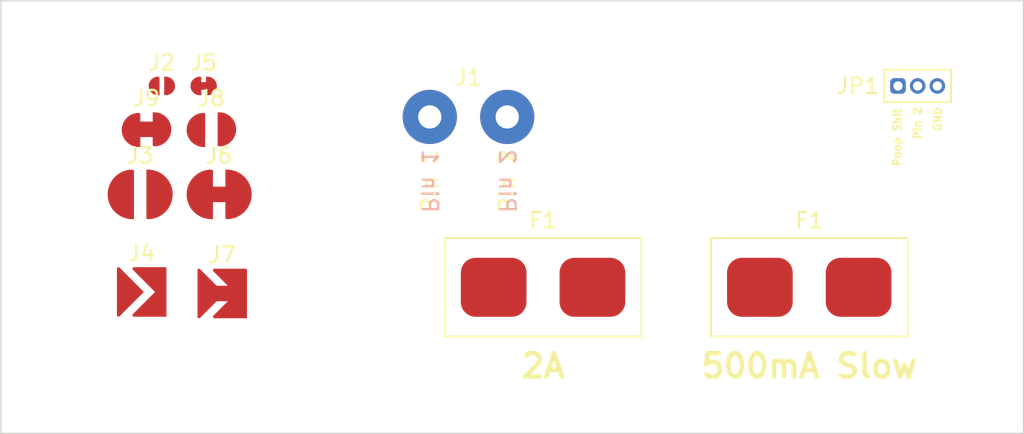
<source format=kicad_pcb>
(kicad_pcb (version 20211014) (generator pcbnew)
  (layers (0 "F.Cu" signal) (31 "B.Cu" signal) (34 "B.Paste" user) (35 "F.Paste" user) (36 "B.SilkS" user "B.Silkscreen") (37 "F.SilkS" user "F.Silkscreen") (38 "B.Mask" user) (39 "F.Mask" user) (44 "Edge.Cuts" user))
  (property "RevNumber" "2021-02")
  (net 0 "")
  (footprint "BoxLib:Jumper-Solder-Chevron-3mm-NC" (layer "F.Cu") (at 65.1 82.4)
    (fp_text reference "J7" (at 0 -2.5 unlocked) (layer "F.SilkS"))
    (fp_text value "Solder-Jumper-NC")
    (fp_line (start 1 0) (end -0.5 0) (layer "F.Cu") (width 1))
    (fp_poly (pts (xy 1.5 1.5) (xy -0.5 1.5) (xy 1 0) (xy -0.5 -1.5) (xy 1.5 -1.5)) (layer "F.Cu") (width 0.2) (fill solid))
    (fp_poly (pts (xy -1.5 1.5) (xy 0 0) (xy -1.5 -1.5)) (layer "F.Cu") (width 0.2) (fill solid))
    (pad "1" smd rect (at -1.25 0) (size 0.5 1) (layers "F.Cu" "F.Mask"))
    (pad "2" smd rect (at 1.25 0) (size 0.5 1) (layers "F.Cu" "F.Mask"))
  )
  (footprint "BoxLib:Jumper-Solder-1mm-NC" (layer "F.Cu") (at 63.9 69)
    (fp_text reference "J5" (at 0 -1.5 unlocked) (layer "F.SilkS"))
    (fp_text value "Solder-Jumper-NC")
    (fp_line (start -0.25 0) (end 0.25 0) (layer "F.Cu") (width 0.5))
    (fp_poly (pts (arc (start -0.25 -0.5) (mid -0.75 0) (end -0.25 0.5))) (layer "F.Cu") (width 0.2) (fill solid))
    (fp_poly (pts (arc (start 0.25 0.5) (mid 0.75 0) (end 0.25 -0.5))) (layer "F.Cu") (width 0.2) (fill solid))
    (pad "1" smd custom (at -0.5 0) (size 0.3 0.3) (layers "F.Cu" "F.Mask") (options (clearance outline) (anchor circle)) (primitives))
    (pad "2" smd custom (at 0.5 0) (size 0.3 0.3) (layers "F.Cu" "F.Mask") (options (clearance outline) (anchor circle)) (primitives))
  )
  (footprint "BoxLib:Fuse-Current-Littelfuse-Nano2_154" (layer "F.Cu") (at 103 82)
    (fp_text reference "F1" (at 0 -4.318 unlocked) (layer "F.SilkS"))
    (fp_text value "Littelfuse_154_0.5A_Slow")
    (fp_text user "${Current}" (at 0 5.08 unlocked) (layer "F.SilkS") (effects (font (size 1.5 1.5) (thickness 0.3))))
    (fp_line (start -6.35 -3.175) (end -6.35 3.175) (layer "F.SilkS") (width 0.12))
    (fp_line (start -6.35 3.175) (end 6.35 3.175) (layer "F.SilkS") (width 0.12))
    (fp_line (start -6.35 -3.175) (end 6.35 -3.175) (layer "F.SilkS") (width 0.12))
    (fp_line (start 6.35 -3.175) (end 6.35 3.175) (layer "F.SilkS") (width 0.12))
    (pad "1" smd roundrect (at -3.1877 0) (size 4.2418 3.81) (layers "F.Cu" "F.Paste" "F.Mask"))
    (pad "2" smd roundrect (at 3.1877 0) (size 4.2418 3.81) (layers "F.Cu" "F.Paste" "F.Mask"))
  )
  (footprint "BoxLib:Jumper-Solder-Chevron-3mm-NO" (layer "F.Cu") (at 59.9 82.3)
    (fp_text reference "J4" (at 0 -2.5 unlocked) (layer "F.SilkS"))
    (fp_text value "Solder-Jumper-NO")
    (fp_poly (pts (xy 1.5 1.5) (xy -0.5 1.5) (xy 1 0) (xy -0.5 -1.5) (xy 1.5 -1.5)) (layer "F.Cu") (width 0.2) (fill solid))
    (fp_poly (pts (xy -1.5 1.5) (xy 0 0) (xy -1.5 -1.5)) (layer "F.Cu") (width 0.2) (fill solid))
    (pad "1" smd rect (at -1.25 0) (size 0.5 1) (layers "F.Cu" "F.Mask"))
    (pad "2" smd rect (at 1.25 0) (size 0.5 1) (layers "F.Cu" "F.Mask"))
  )
  (footprint "BoxLib:Jumper-Solder-3mm-NO" (layer "F.Cu") (at 59.8 76)
    (fp_text reference "J3" (at 0 -2.5 unlocked) (layer "F.SilkS"))
    (fp_text value "Solder-Jumper-NO")
    (fp_poly (pts (arc (start -0.5 -1.5) (mid -2 0) (end -0.5 1.5))) (layer "F.Cu") (width 0.2) (fill solid))
    (fp_poly (pts (arc (start 0.5 1.5) (mid 2 0) (end 0.5 -1.5))) (layer "F.Cu") (width 0.2) (fill solid))
    (pad "1" smd custom (at -1.5 0) (size 1 1) (layers "F.Cu" "F.Mask") (options (clearance outline) (anchor circle)) (primitives))
    (pad "2" smd custom (at 1.5 0) (size 1 1) (layers "F.Cu" "F.Mask") (options (clearance outline) (anchor circle)) (primitives))
  )
  (footprint "BoxLib:Header-3pos-0.5in-1.27mm-Harwin-M50-3530342" (layer "F.Cu") (at 110 69)
    (fp_text reference "JP1" (at -2.4 0) (layer "F.SilkS") (effects (justify right)))
    (fp_text value "Jumper-3-Pos")
    (fp_text user "${Pin1}" (at -1.32 1.4 90 unlocked) (layer "F.SilkS") (effects (font (size 0.5 0.5) (thickness 0.125)) (justify right)))
    (fp_text user "${Pin2}" (at 0 1.3 90 unlocked) (layer "F.SilkS") (effects (font (size 0.5 0.5) (thickness 0.125)) (justify right)))
    (fp_text user "${Pin3}" (at 1.3 1.3 90 unlocked) (layer "F.SilkS") (effects (font (size 0.5 0.5) (thickness 0.125)) (justify right)))
    (fp_line (start 2.155 -1.05) (end 2.155 1.05) (layer "F.SilkS") (width 0.12))
    (fp_line (start -2.155 -1.05) (end 2.155 -1.05) (layer "F.SilkS") (width 0.12))
    (fp_line (start 2.155 1.05) (end -2.155 1.05) (layer "F.SilkS") (width 0.12))
    (fp_line (start -2.155 1.05) (end -2.155 -1.05) (layer "F.SilkS") (width 0.12))
    (pad "1" thru_hole roundrect (at -1.27 0) (size 1 1) (drill 0.6) (layers *.Cu *.Mask))
    (pad "2" thru_hole circle (at 0 0) (size 1 1) (drill 0.6) (layers *.Cu *.Mask))
    (pad "3" thru_hole circle (at 1.27 0) (size 1 1) (drill 0.6) (layers *.Cu *.Mask))
  )
  (footprint "BoxLib:Jumper-Solder-2mm-NC" (layer "F.Cu") (at 60.21 71.8)
    (fp_text reference "J9" (at 0 -2 unlocked) (layer "F.SilkS"))
    (fp_text value "Solder-Jumper-NC")
    (fp_line (start -0.5 0) (end 0.5 0) (layer "F.Cu") (width 1))
    (fp_poly (pts (arc (start -0.5 1.040513) (mid -1.5 0.040513) (end -0.5 -0.959487))) (layer "F.Cu") (width 0.2) (fill solid))
    (fp_poly (pts (arc (start 0.5 -1) (mid 1.5 0) (end 0.5 1))) (layer "F.Cu") (width 0.2) (fill solid))
    (pad "1" smd custom (at -1 0) (size 1 1) (layers "F.Cu" "F.Mask") (options (clearance outline) (anchor circle)) (primitives))
    (pad "2" smd custom (at 1 0) (size 1 1) (layers "F.Cu" "F.Mask") (options (clearance outline) (anchor circle)) (primitives))
  )
  (footprint "BoxLib:Jumper-Solder-1mm-NO" (layer "F.Cu") (at 61.2 69)
    (fp_text reference "J2" (at 0 -1.5 unlocked) (layer "F.SilkS"))
    (fp_text value "Solder-Jumper-NO")
    (fp_poly (pts (arc (start -0.25 -0.5) (mid -0.75 0) (end -0.25 0.5))) (layer "F.Cu") (width 0.2) (fill solid))
    (fp_poly (pts (arc (start 0.25 0.5) (mid 0.75 0) (end 0.25 -0.5))) (layer "F.Cu") (width 0.2) (fill solid))
    (pad "1" smd custom (at -0.5 0) (size 0.3 0.3) (layers "F.Cu" "F.Mask") (options (clearance outline) (anchor circle)) (primitives))
    (pad "2" smd custom (at 0.5 0) (size 0.3 0.3) (layers "F.Cu" "F.Mask") (options (clearance outline) (anchor circle)) (primitives))
  )
  (footprint "BoxLib:Jumper-Solder-3mm-NC" (layer "F.Cu") (at 64.9 76)
    (fp_text reference "J6" (at 0 -2.5 unlocked) (layer "F.SilkS"))
    (fp_text value "Solder-Jumper-NC")
    (fp_line (start -0.5 0) (end 0.5 0) (layer "F.Cu") (width 1))
    (fp_poly (pts (arc (start 0.5 1.5) (mid 2 0) (end 0.5 -1.5))) (layer "F.Cu") (width 0.2) (fill solid))
    (fp_poly (pts (arc (start -0.5 -1.5) (mid -2 0) (end -0.5 1.5))) (layer "F.Cu") (width 0.2) (fill solid))
    (pad "1" smd custom (at -1.5 0) (size 1 1) (layers "F.Cu" "F.Mask") (options (clearance outline) (anchor circle)) (primitives))
    (pad "2" smd custom (at 1.5 0) (size 1 1) (layers "F.Cu" "F.Mask") (options (clearance outline) (anchor circle)) (primitives))
  )
  (footprint "BoxLib:Fuse-Current-Littelfuse-Nano2_154" (layer "F.Cu") (at 85.8123 82)
    (fp_text reference "F1" (at 0 -4.318 unlocked) (layer "F.SilkS"))
    (fp_text value "Littelfuse_154_2A")
    (fp_text user "${Current}" (at 0 5.08 unlocked) (layer "F.SilkS") (effects (font (size 1.5 1.5) (thickness 0.3))))
    (fp_line (start -6.35 3.175) (end 6.35 3.175) (layer "F.SilkS") (width 0.12))
    (fp_line (start 6.35 -3.175) (end 6.35 3.175) (layer "F.SilkS") (width 0.12))
    (fp_line (start -6.35 -3.175) (end -6.35 3.175) (layer "F.SilkS") (width 0.12))
    (fp_line (start -6.35 -3.175) (end 6.35 -3.175) (layer "F.SilkS") (width 0.12))
    (pad "1" smd roundrect (at -3.1877 0) (size 4.2418 3.81) (layers "F.Cu" "F.Paste" "F.Mask"))
    (pad "2" smd roundrect (at 3.1877 0) (size 4.2418 3.81) (layers "F.Cu" "F.Paste" "F.Mask"))
  )
  (footprint "BoxLib:Jumper-Solder-2mm-NO" (layer "F.Cu") (at 64.4 71.8)
    (fp_text reference "J8" (at 0 -2 unlocked) (layer "F.SilkS"))
    (fp_text value "Solder-Jumper-NO")
    (fp_poly (pts (arc (start -0.5 1.040513) (mid -1.5 0.040513) (end -0.5 -0.959487))) (layer "F.Cu") (width 0.2) (fill solid))
    (fp_poly (pts (arc (start 0.5 -1) (mid 1.5 0) (end 0.5 1))) (layer "F.Cu") (width 0.2) (fill solid))
    (pad "1" smd custom (at -1 0) (size 1 1) (layers "F.Cu" "F.Mask") (options (clearance outline) (anchor circle)) (primitives))
    (pad "2" smd custom (at 1 0) (size 1 1) (layers "F.Cu" "F.Mask") (options (clearance outline) (anchor circle)) (primitives))
  )
  (footprint "BoxLib:PTH-2-1_5mmx2mmx5mm" (layer "F.Cu") (at 81 71)
    (fp_text reference "J1" (at 0 -2.54) (layer "F.SilkS"))
    (fp_text value "Generic_2Pos_terminal_block")
    (fp_text user "${Pin2}" (at 2.5 2 270 unlocked) (layer "B.SilkS") (effects (justify right mirror)))
    (fp_text user "${Pin1}" (at -2.5 2 270 unlocked) (layer "B.SilkS") (effects (justify right mirror)))
    (fp_text user "${Pin2}" (at 2.5 2 90 unlocked) (layer "F.SilkS") (effects (justify right)))
    (fp_text user "${Pin1}" (at -2.5 2 90 unlocked) (layer "F.SilkS") (effects (justify right)))
    (pad "1" thru_hole circle (at -2.5 0) (size 3.5 3.5) (drill 1.5) (layers *.Cu *.Mask))
    (pad "2" thru_hole circle (at 2.5 0) (size 3.5 3.5) (drill 1.5) (layers *.Cu *.Mask))
  )
  (gr_line (start 50.8 91.44) (end 50.8 63.5) (layer "Edge.Cuts") (width 0.1))
  (gr_line (start 116.84 63.5) (end 116.84 91.44) (layer "Edge.Cuts") (width 0.1))
  (gr_line (start 50.8 63.5) (end 116.84 63.5) (layer "Edge.Cuts") (width 0.1))
  (gr_line (start 116.84 91.44) (end 50.8 91.44) (layer "Edge.Cuts") (width 0.1))
)
</source>
